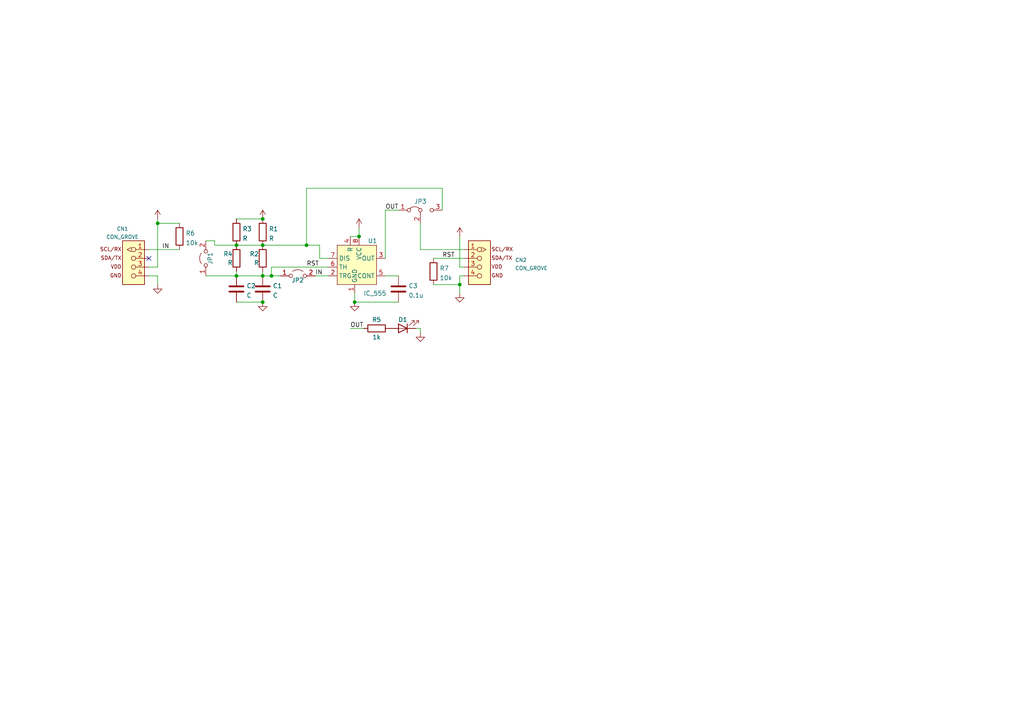
<source format=kicad_sch>
(kicad_sch (version 20211123) (generator eeschema)
  (paper "A4")
  (lib_symbols
    (symbol "Device:C" (pin_numbers hide) (pin_names (offset 0.254))
      (property "Reference" "C" (at 0.635 2.54 0))
      (property "Value" "C" (at 0.635 -2.54 0))
      (symbol "C_0_1"
        (polyline (pts (xy -2.032 -0.762) (xy 2.032 -0.762)) (stroke (width 0.508)))
        (polyline (pts (xy -2.032 0.762) (xy 2.032 0.762)) (stroke (width 0.508)))
      )
      (symbol "C_1_1"
        (pin passive line (at 0 3.81 270) (length 2.794) (name "~") (number "1"))
        (pin passive line (at 0 -3.81 90) (length 2.794) (name "~") (number "2"))
      )
    )
    (symbol "Device:LED" (pin_numbers hide) (pin_names (offset 1.016) hide)
      (property "Reference" "D" (at 0 2.54 0))
      (property "Value" "LED" (at 0 -2.54 0))
      (symbol "LED_0_1"
        (polyline (pts (xy -1.27 -1.27) (xy -1.27 1.27)) (stroke (width 0.254)))
        (polyline (pts (xy -1.27 0) (xy 1.27 0)))
        (polyline (pts (xy 1.27 -1.27) (xy 1.27 1.27) (xy -1.27 0) (xy 1.27 -1.27)) (stroke (width 0.254)))
        (polyline (pts (xy -3.048 -0.762) (xy -4.572 -2.286) (xy -3.81 -2.286) (xy -4.572 -2.286) (xy -4.572 -1.524)))
        (polyline (pts (xy -1.778 -0.762) (xy -3.302 -2.286) (xy -2.54 -2.286) (xy -3.302 -2.286) (xy -3.302 -1.524)))
      )
      (symbol "LED_1_1"
        (pin passive line (at -3.81 0 0) (length 2.54) (name "K") (number "1"))
        (pin passive line (at 3.81 0 180) (length 2.54) (name "A") (number "2"))
      )
    )
    (symbol "Device:R" (pin_numbers hide) (pin_names (offset 0))
      (property "Reference" "R" (at 2.032 0 90))
      (property "Value" "R" (at 0 0 90))
      (symbol "R_0_1"
        (rectangle (start -1.016 -2.54) (end 1.016 2.54) (stroke (width 0.254)))
      )
      (symbol "R_1_1"
        (pin passive line (at 0 3.81 270) (length 1.27) (name "~") (number "1"))
        (pin passive line (at 0 -3.81 90) (length 1.27) (name "~") (number "2"))
      )
    )
    (symbol "Jumper:Jumper_2_Open" (pin_names (offset 0) hide)
      (property "Reference" "JP" (at 0 2.794 0))
      (property "Value" "Jumper_2_Open" (at 0 -2.286 0))
      (symbol "Jumper_2_Open_0_0"
        (circle (center -2.032 0) (radius 0.508))
        (circle (center 2.032 0) (radius 0.508))
      )
      (symbol "Jumper_2_Open_0_1"
        (arc (start 1.524 1.27) (mid 0 1.778) (end -1.524 1.27))
      )
      (symbol "Jumper_2_Open_1_1"
        (pin passive line (at -5.08 0 0) (length 2.54) (name "A") (number "1"))
        (pin passive line (at 5.08 0 180) (length 2.54) (name "B") (number "2"))
      )
    )
    (symbol "Jumper:Jumper_3_Bridged12" (pin_names (offset 0) hide)
      (property "Reference" "JP" (at -2.54 -2.54 0))
      (property "Value" "Jumper_3_Bridged12" (at 0 2.794 0))
      (symbol "Jumper_3_Bridged12_0_0"
        (circle (center -3.302 0) (radius 0.508))
        (circle (center 0 0) (radius 0.508))
        (circle (center 3.302 0) (radius 0.508))
      )
      (symbol "Jumper_3_Bridged12_0_1"
        (arc (start -0.254 0.508) (mid -1.651 0.9912) (end -3.048 0.508))
        (polyline (pts (xy 0 -1.27) (xy 0 -0.508)))
      )
      (symbol "Jumper_3_Bridged12_1_1"
        (pin passive line (at -6.35 0 0) (length 2.54) (name "A") (number "1"))
        (pin input line (at 0 -3.81 90) (length 2.54) (name "C") (number "2"))
        (pin passive line (at 6.35 0 180) (length 2.54) (name "B") (number "3"))
      )
    )
    (symbol "akita:CON_GROVE" (pin_names (offset 1.016))
      (property "Reference" "CN" (at 0 3.81 0))
      (property "Value" "CON_GROVE" (at 3.81 -5.08 90))
      (symbol "CON_GROVE_1_0"
        (text "GND" (at 5.334 -5.588 0) (effects (font (size 1.0668 1.0668)) (justify left bottom)))
        (text "SCL/RX" (at 5.334 2.032 0) (effects (font (size 1.0668 1.0668)) (justify left bottom)))
        (text "SDA/TX" (at 5.334 -0.508 0) (effects (font (size 1.0668 1.0668)) (justify left bottom)))
        (text "VDD" (at 5.334 -3.048 0) (effects (font (size 1.0668 1.0668)) (justify left bottom)))
        (pin bidirectional inverted_clock (at -2.54 2.54 0) (length 5.08) (name "1") (number "1"))
        (pin bidirectional inverted (at -2.54 0 0) (length 5.08) (name "2") (number "2"))
        (pin bidirectional inverted (at -2.54 -2.54 0) (length 5.08) (name "3") (number "3"))
        (pin bidirectional inverted (at -2.54 -5.08 0) (length 5.08) (name "4") (number "4"))
      )
      (symbol "CON_GROVE_1_1"
        (rectangle (start -1.27 5.08) (end 5.08 -7.62) (stroke (width 0.2032)) (fill (type background)))
      )
    )
    (symbol "akita:IC_555"
      (property "Reference" "U" (at 3.81 7.62 0))
      (property "Value" "IC_555" (at 3.81 -6.35 0))
      (symbol "IC_555_0_1"
        (rectangle (start -6.35 6.35) (end 5.08 -5.08) (stroke (width 0.1524)) (fill (type background)))
      )
      (symbol "IC_555_1_1"
        (pin power_in line (at -1.27 -7.62 90) (length 2.54) (name "GND") (number "1"))
        (pin input line (at -8.89 -2.54 0) (length 2.54) (name "TRG") (number "2"))
        (pin output line (at 7.62 2.54 180) (length 2.54) (name "OUT") (number "3"))
        (pin input line (at -2.54 8.89 270) (length 2.54) (name "R") (number "4"))
        (pin input line (at 7.62 -2.54 180) (length 2.54) (name "CONT") (number "5"))
        (pin input line (at -8.89 0 0) (length 2.54) (name "TH") (number "6"))
        (pin input line (at -8.89 2.54 0) (length 2.54) (name "DIS") (number "7"))
        (pin power_in line (at 0 8.89 270) (length 2.54) (name "VCC") (number "8"))
      )
    )
    (symbol "power:GND" (power) (pin_names (offset 0))
      (property "Value" "GND" (at 0 -3.81 0))
      (symbol "GND_0_1"
        (polyline (pts (xy 0 0) (xy 0 -1.27) (xy 1.27 -1.27) (xy 0 -2.54) (xy -1.27 -1.27) (xy 0 -1.27)))
      )
      (symbol "GND_1_1"
        (pin power_in line (at 0 0 270) (length 0) hide (name "GND") (number "1"))
      )
    )
    (symbol "power:VCC" (power) (pin_names (offset 0))
      (property "Value" "VCC" (at 0 3.81 0))
      (symbol "VCC_0_1"
        (polyline (pts (xy -0.762 1.27) (xy 0 2.54)))
        (polyline (pts (xy 0 0) (xy 0 2.54)))
        (polyline (pts (xy 0 2.54) (xy 0.762 1.27)))
      )
      (symbol "VCC_1_1"
        (pin power_in line (at 0 0 90) (length 0) hide (name "VCC") (number "1"))
      )
    )
  )
  (junction (at 76.2 71.12))
  (junction (at 88.9 71.12))
  (junction (at 68.58 80.01))
  (junction (at 102.87 87.63))
  (junction (at 133.35 82.55))
  (junction (at 76.2 63.5))
  (junction (at 45.72 64.77))
  (junction (at 68.58 71.12))
  (junction (at 76.2 80.01))
  (junction (at 104.14 68.58))
  (junction (at 76.2 87.63))
  (junction (at 78.74 80.01))
  (no_connect (at 43.18 74.93))
  (wire (pts (xy 104.14 66.04) (xy 104.14 68.58)))
  (wire (pts (xy 102.87 85.09) (xy 102.87 87.63)))
  (wire (pts (xy 111.76 60.96) (xy 115.57 60.96)))
  (wire (pts (xy 68.58 87.63) (xy 76.2 87.63)))
  (wire (pts (xy 133.35 82.55) (xy 133.35 85.09)))
  (wire (pts (xy 76.2 78.74) (xy 76.2 80.01)))
  (wire (pts (xy 43.18 80.01) (xy 45.72 80.01)))
  (wire (pts (xy 76.2 80.01) (xy 78.74 80.01)))
  (wire (pts (xy 125.73 82.55) (xy 133.35 82.55)))
  (wire (pts (xy 102.87 87.63) (xy 115.57 87.63)))
  (wire (pts (xy 91.44 80.01) (xy 95.25 80.01)))
  (wire (pts (xy 62.23 69.85) (xy 59.69 69.85)))
  (wire (pts (xy 133.35 77.47) (xy 133.35 68.58)))
  (wire (pts (xy 76.2 71.12) (xy 88.9 71.12)))
  (wire (pts (xy 68.58 78.74) (xy 68.58 80.01)))
  (wire (pts (xy 121.92 72.39) (xy 121.92 64.77)))
  (wire (pts (xy 43.18 72.39) (xy 52.07 72.39)))
  (wire (pts (xy 45.72 64.77) (xy 45.72 77.47)))
  (wire (pts (xy 101.6 95.25) (xy 105.41 95.25)))
  (wire (pts (xy 59.69 80.01) (xy 68.58 80.01)))
  (wire (pts (xy 111.76 80.01) (xy 115.57 80.01)))
  (wire (pts (xy 62.23 71.12) (xy 68.58 71.12)))
  (wire (pts (xy 128.27 54.61) (xy 128.27 60.96)))
  (wire (pts (xy 45.72 64.77) (xy 45.72 63.5)))
  (wire (pts (xy 43.18 77.47) (xy 45.72 77.47)))
  (wire (pts (xy 120.65 95.25) (xy 121.92 95.25)))
  (wire (pts (xy 133.35 80.01) (xy 133.35 82.55)))
  (wire (pts (xy 101.6 68.58) (xy 104.14 68.58)))
  (wire (pts (xy 134.62 77.47) (xy 133.35 77.47)))
  (wire (pts (xy 111.76 74.93) (xy 111.76 60.96)))
  (wire (pts (xy 52.07 64.77) (xy 45.72 64.77)))
  (wire (pts (xy 121.92 95.25) (xy 121.92 96.52)))
  (wire (pts (xy 88.9 71.12) (xy 92.71 71.12)))
  (wire (pts (xy 78.74 77.47) (xy 95.25 77.47)))
  (wire (pts (xy 68.58 63.5) (xy 76.2 63.5)))
  (wire (pts (xy 121.92 72.39) (xy 134.62 72.39)))
  (wire (pts (xy 92.71 74.93) (xy 95.25 74.93)))
  (wire (pts (xy 68.58 71.12) (xy 76.2 71.12)))
  (wire (pts (xy 45.72 80.01) (xy 45.72 82.55)))
  (wire (pts (xy 68.58 80.01) (xy 76.2 80.01)))
  (wire (pts (xy 134.62 80.01) (xy 133.35 80.01)))
  (wire (pts (xy 92.71 71.12) (xy 92.71 74.93)))
  (wire (pts (xy 78.74 77.47) (xy 78.74 80.01)))
  (wire (pts (xy 78.74 80.01) (xy 81.28 80.01)))
  (wire (pts (xy 125.73 74.93) (xy 134.62 74.93)))
  (wire (pts (xy 62.23 71.12) (xy 62.23 69.85)))
  (wire (pts (xy 88.9 71.12) (xy 88.9 54.61)))
  (wire (pts (xy 88.9 54.61) (xy 128.27 54.61)))
  (label "IN" (at 46.99 72.39 0))
  (label "IN" (at 91.44 80.01 0))
  (label "OUT" (at 111.76 60.96 0))
  (label "RST" (at 88.9 77.47 0))
  (label "OUT" (at 101.6 95.25 0))
  (label "RST" (at 128.27 74.93 0))
  (symbol (lib_id "Device:R") (at 68.58 74.93 0) (unit 1)
    (property "Reference" "R4" (at 64.77 73.66 0) (effects (justify left)))
    (property "Value" "R" (at 66.04 76.2 0) (effects (justify left)))
    (property "Footprint" "Resistor_THT:R_Axial_DIN0207_L6.3mm_D2.5mm_P2.54mm_Vertical" (effects hide))
  )
  (symbol (lib_id "Jumper:Jumper_2_Open") (at 59.69 74.93 90) (unit 1)
    (property "Reference" "JP1" (at 60.96 74.93 0))
    (property "Value" "Jumper_2_Open" (effects hide))
    (property "Footprint" "Jumper:SolderJumper-2_P1.3mm_Open_Pad1.0x1.5mm" (effects hide))
  )
  (symbol (lib_id "akita:CON_GROVE") (at 137.16 74.93 0) (unit 1)
    (property "Reference" "CN2" (at 149.4092 75.4165 0) (effects (font (size 1.0668 1.0668)) (justify left)))
    (property "Value" "CON_GROVE" (at 149.4092 77.7882 0) (effects (font (size 1.0668 1.0668)) (justify left)))
    (property "Footprint" "akita:CON_GROVE_H" (effects hide))
  )
  (symbol (lib_id "Device:LED") (at 116.84 95.25 180) (unit 1)
    (property "Reference" "D1" (at 116.84 92.71 0))
    (property "Value" "LED" (effects hide))
    (property "Footprint" "Capacitor_SMD:C_0603_1608Metric" (effects hide))
  )
  (symbol (lib_id "Device:R") (at 68.58 67.31 0) (unit 1)
    (property "Reference" "R3" (at 70.358 66.4015 0) (effects (justify left)))
    (property "Value" "R" (at 70.358 69.1766 0) (effects (justify left)))
    (property "Footprint" "Resistor_THT:R_Axial_DIN0207_L6.3mm_D2.5mm_P2.54mm_Vertical" (effects hide))
  )
  (symbol (lib_id "Device:R") (at 52.07 68.58 0) (unit 1)
    (property "Reference" "R6" (at 53.848 67.6715 0) (effects (justify left)))
    (property "Value" "10k" (at 53.848 70.4466 0) (effects (justify left)))
    (property "Footprint" "Resistor_SMD:R_0603_1608Metric" (effects hide))
  )
  (symbol (lib_id "power:GND") (at 121.92 96.52 0) (unit 1)
    (property "Reference" "#PWR07" (effects hide))
    (property "Value" "GND" (effects hide))
  )
  (symbol (lib_id "power:VCC") (at 133.35 68.58 0) (unit 1)
    (property "Reference" "#PWR08" (effects hide))
    (property "Value" "VCC" (effects hide))
  )
  (symbol (lib_id "power:VCC") (at 76.2 63.5 0) (unit 1)
    (property "Reference" "#PWR03" (effects hide))
    (property "Value" "VCC" (effects hide))
  )
  (symbol (lib_id "Jumper:Jumper_3_Bridged12") (at 121.92 60.96 0) (unit 1)
    (property "Reference" "JP3" (at 121.92 58.42 0))
    (property "Value" "Jumper_3_Bridged12" (effects hide))
    (property "Footprint" "Jumper:SolderJumper-3_P1.3mm_Bridged2Bar12_Pad1.0x1.5mm" (effects hide))
  )
  (symbol (lib_id "akita:IC_555") (at 104.14 77.47 0) (unit 1)
    (property "Reference" "U1" (at 106.68 69.85 0) (effects (justify left)))
    (property "Value" "IC_555" (at 105.41 85.09 0) (effects (justify left)))
    (property "Footprint" "Package_SO:SOIC-8_5.23x5.23mm_P1.27mm" (effects hide))
  )
  (symbol (lib_id "power:VCC") (at 104.14 66.04 0) (unit 1)
    (property "Reference" "#PWR06" (effects hide))
    (property "Value" "VCC" (effects hide))
  )
  (symbol (lib_id "Device:C") (at 68.58 83.82 0) (unit 1)
    (property "Reference" "C2" (at 71.501 82.9115 0) (effects (justify left)))
    (property "Value" "C" (at 71.501 85.6866 0) (effects (justify left)))
    (property "Footprint" "Capacitor_THT:C_Disc_D3.0mm_W2.0mm_P2.50mm" (effects hide))
  )
  (symbol (lib_id "power:GND") (at 76.2 87.63 0) (unit 1)
    (property "Reference" "#PWR04" (effects hide))
    (property "Value" "GND" (effects hide))
  )
  (symbol (lib_id "Device:R") (at 125.73 78.74 0) (unit 1)
    (property "Reference" "R7" (at 127.508 77.8315 0) (effects (justify left)))
    (property "Value" "10k" (at 127.508 80.6066 0) (effects (justify left)))
    (property "Footprint" "Resistor_SMD:R_0603_1608Metric" (effects hide))
  )
  (symbol (lib_id "akita:CON_GROVE") (at 40.64 74.93 0) (mirror y) (unit 1)
    (property "Reference" "CN1" (at 35.5187 66.3606 0) (effects (font (size 1.0668 1.0668))))
    (property "Value" "CON_GROVE" (at 35.5187 68.7323 0) (effects (font (size 1.0668 1.0668))))
    (property "Footprint" "akita:CON_GROVE_H" (effects hide))
  )
  (symbol (lib_id "power:GND") (at 102.87 87.63 0) (unit 1)
    (property "Reference" "#PWR05" (effects hide))
    (property "Value" "GND" (effects hide))
  )
  (symbol (lib_id "Device:C") (at 76.2 83.82 0) (unit 1)
    (property "Reference" "C1" (at 79.121 82.9115 0) (effects (justify left)))
    (property "Value" "C" (at 79.121 85.6866 0) (effects (justify left)))
    (property "Footprint" "Capacitor_SMD:C_0603_1608Metric" (effects hide))
  )
  (symbol (lib_id "Device:R") (at 76.2 74.93 0) (unit 1)
    (property "Reference" "R2" (at 72.39 73.66 0) (effects (justify left)))
    (property "Value" "R" (at 73.66 76.2 0) (effects (justify left)))
    (property "Footprint" "Resistor_SMD:R_0603_1608Metric" (effects hide))
  )
  (symbol (lib_id "Jumper:Jumper_2_Open") (at 86.36 80.01 0) (unit 1)
    (property "Reference" "JP2" (at 86.36 81.28 0))
    (property "Value" "Jumper_2_Open" (effects hide))
    (property "Footprint" "Jumper:SolderJumper-2_P1.3mm_Open_Pad1.0x1.5mm" (effects hide))
  )
  (symbol (lib_id "Device:C") (at 115.57 83.82 0) (unit 1)
    (property "Reference" "C3" (at 118.491 82.9115 0) (effects (justify left)))
    (property "Value" "0.1u" (at 118.491 85.6866 0) (effects (justify left)))
    (property "Footprint" "Capacitor_SMD:C_0603_1608Metric" (effects hide))
  )
  (symbol (lib_id "power:GND") (at 133.35 85.09 0) (unit 1)
    (property "Reference" "#PWR09" (effects hide))
    (property "Value" "GND" (effects hide))
  )
  (symbol (lib_id "power:GND") (at 45.72 82.55 0) (unit 1)
    (property "Reference" "#PWR02" (effects hide))
    (property "Value" "GND" (effects hide))
  )
  (symbol (lib_id "power:VCC") (at 45.72 63.5 0) (unit 1)
    (property "Reference" "#PWR01" (effects hide))
    (property "Value" "VCC" (effects hide))
  )
  (symbol (lib_id "Device:R") (at 76.2 67.31 0) (unit 1)
    (property "Reference" "R1" (at 77.978 66.4015 0) (effects (justify left)))
    (property "Value" "R" (at 77.978 69.1766 0) (effects (justify left)))
    (property "Footprint" "Resistor_SMD:R_0603_1608Metric" (effects hide))
  )
  (symbol (lib_id "Device:R") (at 109.22 95.25 90) (unit 1)
    (property "Reference" "R5" (at 109.22 92.71 90))
    (property "Value" "1k" (at 109.22 97.79 90))
    (property "Footprint" "Resistor_SMD:R_0603_1608Metric" (effects hide))
  )
)
</source>
